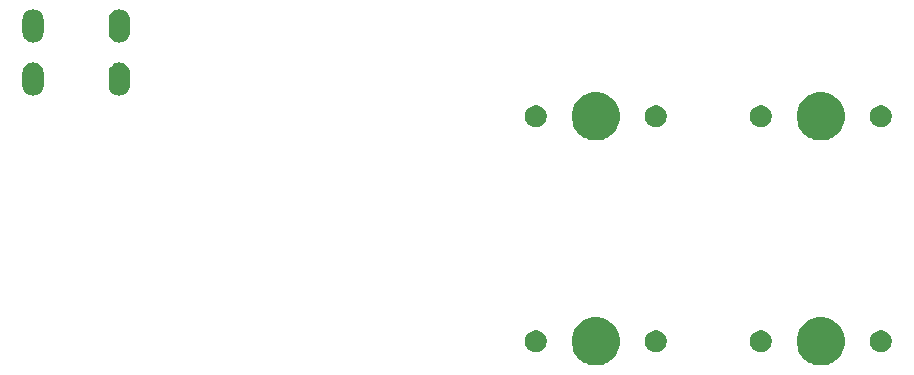
<source format=gts>
G04 #@! TF.GenerationSoftware,KiCad,Pcbnew,(5.1.4)-1*
G04 #@! TF.CreationDate,2020-11-08T14:39:36-05:00*
G04 #@! TF.ProjectId,ai03-pcb-guide,61693033-2d70-4636-922d-67756964652e,rev?*
G04 #@! TF.SameCoordinates,Original*
G04 #@! TF.FileFunction,Soldermask,Top*
G04 #@! TF.FilePolarity,Negative*
%FSLAX46Y46*%
G04 Gerber Fmt 4.6, Leading zero omitted, Abs format (unit mm)*
G04 Created by KiCad (PCBNEW (5.1.4)-1) date 2020-11-08 14:39:36*
%MOMM*%
%LPD*%
G04 APERTURE LIST*
%ADD10C,0.100000*%
G04 APERTURE END LIST*
D10*
G36*
X135470474Y-141035684D02*
G01*
X135688474Y-141125983D01*
X135842623Y-141189833D01*
X136177548Y-141413623D01*
X136462377Y-141698452D01*
X136686167Y-142033377D01*
X136718562Y-142111586D01*
X136840316Y-142405526D01*
X136918900Y-142800594D01*
X136918900Y-143203406D01*
X136840316Y-143598474D01*
X136789451Y-143721272D01*
X136686167Y-143970623D01*
X136462377Y-144305548D01*
X136177548Y-144590377D01*
X135842623Y-144814167D01*
X135688474Y-144878017D01*
X135470474Y-144968316D01*
X135075406Y-145046900D01*
X134672594Y-145046900D01*
X134277526Y-144968316D01*
X134059526Y-144878017D01*
X133905377Y-144814167D01*
X133570452Y-144590377D01*
X133285623Y-144305548D01*
X133061833Y-143970623D01*
X132958549Y-143721272D01*
X132907684Y-143598474D01*
X132829100Y-143203406D01*
X132829100Y-142800594D01*
X132907684Y-142405526D01*
X133029438Y-142111586D01*
X133061833Y-142033377D01*
X133285623Y-141698452D01*
X133570452Y-141413623D01*
X133905377Y-141189833D01*
X134059526Y-141125983D01*
X134277526Y-141035684D01*
X134672594Y-140957100D01*
X135075406Y-140957100D01*
X135470474Y-141035684D01*
X135470474Y-141035684D01*
G37*
G36*
X154520474Y-141035684D02*
G01*
X154738474Y-141125983D01*
X154892623Y-141189833D01*
X155227548Y-141413623D01*
X155512377Y-141698452D01*
X155736167Y-142033377D01*
X155768562Y-142111586D01*
X155890316Y-142405526D01*
X155968900Y-142800594D01*
X155968900Y-143203406D01*
X155890316Y-143598474D01*
X155839451Y-143721272D01*
X155736167Y-143970623D01*
X155512377Y-144305548D01*
X155227548Y-144590377D01*
X154892623Y-144814167D01*
X154738474Y-144878017D01*
X154520474Y-144968316D01*
X154125406Y-145046900D01*
X153722594Y-145046900D01*
X153327526Y-144968316D01*
X153109526Y-144878017D01*
X152955377Y-144814167D01*
X152620452Y-144590377D01*
X152335623Y-144305548D01*
X152111833Y-143970623D01*
X152008549Y-143721272D01*
X151957684Y-143598474D01*
X151879100Y-143203406D01*
X151879100Y-142800594D01*
X151957684Y-142405526D01*
X152079438Y-142111586D01*
X152111833Y-142033377D01*
X152335623Y-141698452D01*
X152620452Y-141413623D01*
X152955377Y-141189833D01*
X153109526Y-141125983D01*
X153327526Y-141035684D01*
X153722594Y-140957100D01*
X154125406Y-140957100D01*
X154520474Y-141035684D01*
X154520474Y-141035684D01*
G37*
G36*
X159274104Y-142111585D02*
G01*
X159442626Y-142181389D01*
X159594291Y-142282728D01*
X159723272Y-142411709D01*
X159824611Y-142563374D01*
X159894415Y-142731896D01*
X159930000Y-142910797D01*
X159930000Y-143093203D01*
X159894415Y-143272104D01*
X159824611Y-143440626D01*
X159723272Y-143592291D01*
X159594291Y-143721272D01*
X159442626Y-143822611D01*
X159274104Y-143892415D01*
X159095203Y-143928000D01*
X158912797Y-143928000D01*
X158733896Y-143892415D01*
X158565374Y-143822611D01*
X158413709Y-143721272D01*
X158284728Y-143592291D01*
X158183389Y-143440626D01*
X158113585Y-143272104D01*
X158078000Y-143093203D01*
X158078000Y-142910797D01*
X158113585Y-142731896D01*
X158183389Y-142563374D01*
X158284728Y-142411709D01*
X158413709Y-142282728D01*
X158565374Y-142181389D01*
X158733896Y-142111585D01*
X158912797Y-142076000D01*
X159095203Y-142076000D01*
X159274104Y-142111585D01*
X159274104Y-142111585D01*
G37*
G36*
X149114104Y-142111585D02*
G01*
X149282626Y-142181389D01*
X149434291Y-142282728D01*
X149563272Y-142411709D01*
X149664611Y-142563374D01*
X149734415Y-142731896D01*
X149770000Y-142910797D01*
X149770000Y-143093203D01*
X149734415Y-143272104D01*
X149664611Y-143440626D01*
X149563272Y-143592291D01*
X149434291Y-143721272D01*
X149282626Y-143822611D01*
X149114104Y-143892415D01*
X148935203Y-143928000D01*
X148752797Y-143928000D01*
X148573896Y-143892415D01*
X148405374Y-143822611D01*
X148253709Y-143721272D01*
X148124728Y-143592291D01*
X148023389Y-143440626D01*
X147953585Y-143272104D01*
X147918000Y-143093203D01*
X147918000Y-142910797D01*
X147953585Y-142731896D01*
X148023389Y-142563374D01*
X148124728Y-142411709D01*
X148253709Y-142282728D01*
X148405374Y-142181389D01*
X148573896Y-142111585D01*
X148752797Y-142076000D01*
X148935203Y-142076000D01*
X149114104Y-142111585D01*
X149114104Y-142111585D01*
G37*
G36*
X140224104Y-142111585D02*
G01*
X140392626Y-142181389D01*
X140544291Y-142282728D01*
X140673272Y-142411709D01*
X140774611Y-142563374D01*
X140844415Y-142731896D01*
X140880000Y-142910797D01*
X140880000Y-143093203D01*
X140844415Y-143272104D01*
X140774611Y-143440626D01*
X140673272Y-143592291D01*
X140544291Y-143721272D01*
X140392626Y-143822611D01*
X140224104Y-143892415D01*
X140045203Y-143928000D01*
X139862797Y-143928000D01*
X139683896Y-143892415D01*
X139515374Y-143822611D01*
X139363709Y-143721272D01*
X139234728Y-143592291D01*
X139133389Y-143440626D01*
X139063585Y-143272104D01*
X139028000Y-143093203D01*
X139028000Y-142910797D01*
X139063585Y-142731896D01*
X139133389Y-142563374D01*
X139234728Y-142411709D01*
X139363709Y-142282728D01*
X139515374Y-142181389D01*
X139683896Y-142111585D01*
X139862797Y-142076000D01*
X140045203Y-142076000D01*
X140224104Y-142111585D01*
X140224104Y-142111585D01*
G37*
G36*
X130064104Y-142111585D02*
G01*
X130232626Y-142181389D01*
X130384291Y-142282728D01*
X130513272Y-142411709D01*
X130614611Y-142563374D01*
X130684415Y-142731896D01*
X130720000Y-142910797D01*
X130720000Y-143093203D01*
X130684415Y-143272104D01*
X130614611Y-143440626D01*
X130513272Y-143592291D01*
X130384291Y-143721272D01*
X130232626Y-143822611D01*
X130064104Y-143892415D01*
X129885203Y-143928000D01*
X129702797Y-143928000D01*
X129523896Y-143892415D01*
X129355374Y-143822611D01*
X129203709Y-143721272D01*
X129074728Y-143592291D01*
X128973389Y-143440626D01*
X128903585Y-143272104D01*
X128868000Y-143093203D01*
X128868000Y-142910797D01*
X128903585Y-142731896D01*
X128973389Y-142563374D01*
X129074728Y-142411709D01*
X129203709Y-142282728D01*
X129355374Y-142181389D01*
X129523896Y-142111585D01*
X129702797Y-142076000D01*
X129885203Y-142076000D01*
X130064104Y-142111585D01*
X130064104Y-142111585D01*
G37*
G36*
X135470474Y-121985684D02*
G01*
X135633059Y-122053029D01*
X135842623Y-122139833D01*
X136177548Y-122363623D01*
X136462377Y-122648452D01*
X136686167Y-122983377D01*
X136718562Y-123061586D01*
X136840316Y-123355526D01*
X136918900Y-123750594D01*
X136918900Y-124153406D01*
X136840316Y-124548474D01*
X136789451Y-124671272D01*
X136686167Y-124920623D01*
X136462377Y-125255548D01*
X136177548Y-125540377D01*
X135842623Y-125764167D01*
X135688474Y-125828017D01*
X135470474Y-125918316D01*
X135075406Y-125996900D01*
X134672594Y-125996900D01*
X134277526Y-125918316D01*
X134059526Y-125828017D01*
X133905377Y-125764167D01*
X133570452Y-125540377D01*
X133285623Y-125255548D01*
X133061833Y-124920623D01*
X132958549Y-124671272D01*
X132907684Y-124548474D01*
X132829100Y-124153406D01*
X132829100Y-123750594D01*
X132907684Y-123355526D01*
X133029438Y-123061586D01*
X133061833Y-122983377D01*
X133285623Y-122648452D01*
X133570452Y-122363623D01*
X133905377Y-122139833D01*
X134114941Y-122053029D01*
X134277526Y-121985684D01*
X134672594Y-121907100D01*
X135075406Y-121907100D01*
X135470474Y-121985684D01*
X135470474Y-121985684D01*
G37*
G36*
X154520474Y-121985684D02*
G01*
X154683059Y-122053029D01*
X154892623Y-122139833D01*
X155227548Y-122363623D01*
X155512377Y-122648452D01*
X155736167Y-122983377D01*
X155768562Y-123061586D01*
X155890316Y-123355526D01*
X155968900Y-123750594D01*
X155968900Y-124153406D01*
X155890316Y-124548474D01*
X155839451Y-124671272D01*
X155736167Y-124920623D01*
X155512377Y-125255548D01*
X155227548Y-125540377D01*
X154892623Y-125764167D01*
X154738474Y-125828017D01*
X154520474Y-125918316D01*
X154125406Y-125996900D01*
X153722594Y-125996900D01*
X153327526Y-125918316D01*
X153109526Y-125828017D01*
X152955377Y-125764167D01*
X152620452Y-125540377D01*
X152335623Y-125255548D01*
X152111833Y-124920623D01*
X152008549Y-124671272D01*
X151957684Y-124548474D01*
X151879100Y-124153406D01*
X151879100Y-123750594D01*
X151957684Y-123355526D01*
X152079438Y-123061586D01*
X152111833Y-122983377D01*
X152335623Y-122648452D01*
X152620452Y-122363623D01*
X152955377Y-122139833D01*
X153164941Y-122053029D01*
X153327526Y-121985684D01*
X153722594Y-121907100D01*
X154125406Y-121907100D01*
X154520474Y-121985684D01*
X154520474Y-121985684D01*
G37*
G36*
X140224104Y-123061585D02*
G01*
X140392626Y-123131389D01*
X140544291Y-123232728D01*
X140673272Y-123361709D01*
X140774611Y-123513374D01*
X140844415Y-123681896D01*
X140880000Y-123860797D01*
X140880000Y-124043203D01*
X140844415Y-124222104D01*
X140774611Y-124390626D01*
X140673272Y-124542291D01*
X140544291Y-124671272D01*
X140392626Y-124772611D01*
X140224104Y-124842415D01*
X140045203Y-124878000D01*
X139862797Y-124878000D01*
X139683896Y-124842415D01*
X139515374Y-124772611D01*
X139363709Y-124671272D01*
X139234728Y-124542291D01*
X139133389Y-124390626D01*
X139063585Y-124222104D01*
X139028000Y-124043203D01*
X139028000Y-123860797D01*
X139063585Y-123681896D01*
X139133389Y-123513374D01*
X139234728Y-123361709D01*
X139363709Y-123232728D01*
X139515374Y-123131389D01*
X139683896Y-123061585D01*
X139862797Y-123026000D01*
X140045203Y-123026000D01*
X140224104Y-123061585D01*
X140224104Y-123061585D01*
G37*
G36*
X130064104Y-123061585D02*
G01*
X130232626Y-123131389D01*
X130384291Y-123232728D01*
X130513272Y-123361709D01*
X130614611Y-123513374D01*
X130684415Y-123681896D01*
X130720000Y-123860797D01*
X130720000Y-124043203D01*
X130684415Y-124222104D01*
X130614611Y-124390626D01*
X130513272Y-124542291D01*
X130384291Y-124671272D01*
X130232626Y-124772611D01*
X130064104Y-124842415D01*
X129885203Y-124878000D01*
X129702797Y-124878000D01*
X129523896Y-124842415D01*
X129355374Y-124772611D01*
X129203709Y-124671272D01*
X129074728Y-124542291D01*
X128973389Y-124390626D01*
X128903585Y-124222104D01*
X128868000Y-124043203D01*
X128868000Y-123860797D01*
X128903585Y-123681896D01*
X128973389Y-123513374D01*
X129074728Y-123361709D01*
X129203709Y-123232728D01*
X129355374Y-123131389D01*
X129523896Y-123061585D01*
X129702797Y-123026000D01*
X129885203Y-123026000D01*
X130064104Y-123061585D01*
X130064104Y-123061585D01*
G37*
G36*
X149114104Y-123061585D02*
G01*
X149282626Y-123131389D01*
X149434291Y-123232728D01*
X149563272Y-123361709D01*
X149664611Y-123513374D01*
X149734415Y-123681896D01*
X149770000Y-123860797D01*
X149770000Y-124043203D01*
X149734415Y-124222104D01*
X149664611Y-124390626D01*
X149563272Y-124542291D01*
X149434291Y-124671272D01*
X149282626Y-124772611D01*
X149114104Y-124842415D01*
X148935203Y-124878000D01*
X148752797Y-124878000D01*
X148573896Y-124842415D01*
X148405374Y-124772611D01*
X148253709Y-124671272D01*
X148124728Y-124542291D01*
X148023389Y-124390626D01*
X147953585Y-124222104D01*
X147918000Y-124043203D01*
X147918000Y-123860797D01*
X147953585Y-123681896D01*
X148023389Y-123513374D01*
X148124728Y-123361709D01*
X148253709Y-123232728D01*
X148405374Y-123131389D01*
X148573896Y-123061585D01*
X148752797Y-123026000D01*
X148935203Y-123026000D01*
X149114104Y-123061585D01*
X149114104Y-123061585D01*
G37*
G36*
X159274104Y-123061585D02*
G01*
X159442626Y-123131389D01*
X159594291Y-123232728D01*
X159723272Y-123361709D01*
X159824611Y-123513374D01*
X159894415Y-123681896D01*
X159930000Y-123860797D01*
X159930000Y-124043203D01*
X159894415Y-124222104D01*
X159824611Y-124390626D01*
X159723272Y-124542291D01*
X159594291Y-124671272D01*
X159442626Y-124772611D01*
X159274104Y-124842415D01*
X159095203Y-124878000D01*
X158912797Y-124878000D01*
X158733896Y-124842415D01*
X158565374Y-124772611D01*
X158413709Y-124671272D01*
X158284728Y-124542291D01*
X158183389Y-124390626D01*
X158113585Y-124222104D01*
X158078000Y-124043203D01*
X158078000Y-123860797D01*
X158113585Y-123681896D01*
X158183389Y-123513374D01*
X158284728Y-123361709D01*
X158413709Y-123232728D01*
X158565374Y-123131389D01*
X158733896Y-123061585D01*
X158912797Y-123026000D01*
X159095203Y-123026000D01*
X159274104Y-123061585D01*
X159274104Y-123061585D01*
G37*
G36*
X87395127Y-119412287D02*
G01*
X87564966Y-119463807D01*
X87721491Y-119547472D01*
X87757229Y-119576802D01*
X87858686Y-119660064D01*
X87941948Y-119761521D01*
X87971278Y-119797259D01*
X88054943Y-119953784D01*
X88106463Y-120123623D01*
X88119500Y-120255992D01*
X88119500Y-121344508D01*
X88106463Y-121476877D01*
X88054943Y-121646716D01*
X87971278Y-121803241D01*
X87941948Y-121838979D01*
X87858686Y-121940436D01*
X87721489Y-122053029D01*
X87564967Y-122136692D01*
X87564965Y-122136693D01*
X87395126Y-122188213D01*
X87218500Y-122205609D01*
X87041873Y-122188213D01*
X86872034Y-122136693D01*
X86715509Y-122053028D01*
X86679771Y-122023698D01*
X86578314Y-121940436D01*
X86465721Y-121803239D01*
X86382058Y-121646717D01*
X86382057Y-121646715D01*
X86330537Y-121476876D01*
X86317500Y-121344507D01*
X86317501Y-120255992D01*
X86330538Y-120123623D01*
X86382058Y-119953784D01*
X86465723Y-119797259D01*
X86495053Y-119761521D01*
X86578315Y-119660064D01*
X86679772Y-119576802D01*
X86715510Y-119547472D01*
X86872035Y-119463807D01*
X87041874Y-119412287D01*
X87218500Y-119394891D01*
X87395127Y-119412287D01*
X87395127Y-119412287D01*
G37*
G36*
X94695127Y-119412287D02*
G01*
X94864966Y-119463807D01*
X95021491Y-119547472D01*
X95057229Y-119576802D01*
X95158686Y-119660064D01*
X95241948Y-119761521D01*
X95271278Y-119797259D01*
X95354943Y-119953784D01*
X95406463Y-120123623D01*
X95419500Y-120255992D01*
X95419500Y-121344508D01*
X95406463Y-121476877D01*
X95354943Y-121646716D01*
X95271278Y-121803241D01*
X95241948Y-121838979D01*
X95158686Y-121940436D01*
X95021489Y-122053029D01*
X94864967Y-122136692D01*
X94864965Y-122136693D01*
X94695126Y-122188213D01*
X94518500Y-122205609D01*
X94341873Y-122188213D01*
X94172034Y-122136693D01*
X94015509Y-122053028D01*
X93979771Y-122023698D01*
X93878314Y-121940436D01*
X93765721Y-121803239D01*
X93682058Y-121646717D01*
X93682057Y-121646715D01*
X93630537Y-121476876D01*
X93617500Y-121344507D01*
X93617501Y-120255992D01*
X93630538Y-120123623D01*
X93682058Y-119953784D01*
X93765723Y-119797259D01*
X93795053Y-119761521D01*
X93878315Y-119660064D01*
X93979772Y-119576802D01*
X94015510Y-119547472D01*
X94172035Y-119463807D01*
X94341874Y-119412287D01*
X94518500Y-119394891D01*
X94695127Y-119412287D01*
X94695127Y-119412287D01*
G37*
G36*
X87395127Y-114912287D02*
G01*
X87564966Y-114963807D01*
X87721491Y-115047472D01*
X87757229Y-115076802D01*
X87858686Y-115160064D01*
X87941948Y-115261521D01*
X87971278Y-115297259D01*
X88054943Y-115453784D01*
X88106463Y-115623623D01*
X88119500Y-115755992D01*
X88119500Y-116844508D01*
X88106463Y-116976877D01*
X88054943Y-117146716D01*
X87971278Y-117303241D01*
X87941948Y-117338979D01*
X87858686Y-117440436D01*
X87721489Y-117553029D01*
X87564967Y-117636692D01*
X87564965Y-117636693D01*
X87395126Y-117688213D01*
X87218500Y-117705609D01*
X87041873Y-117688213D01*
X86872034Y-117636693D01*
X86715509Y-117553028D01*
X86679771Y-117523698D01*
X86578314Y-117440436D01*
X86465721Y-117303239D01*
X86382058Y-117146717D01*
X86382057Y-117146715D01*
X86330537Y-116976876D01*
X86317500Y-116844507D01*
X86317501Y-115755992D01*
X86330538Y-115623623D01*
X86382058Y-115453784D01*
X86465723Y-115297259D01*
X86495053Y-115261521D01*
X86578315Y-115160064D01*
X86679772Y-115076802D01*
X86715510Y-115047472D01*
X86872035Y-114963807D01*
X87041874Y-114912287D01*
X87218500Y-114894891D01*
X87395127Y-114912287D01*
X87395127Y-114912287D01*
G37*
G36*
X94695127Y-114912287D02*
G01*
X94864966Y-114963807D01*
X95021491Y-115047472D01*
X95057229Y-115076802D01*
X95158686Y-115160064D01*
X95241948Y-115261521D01*
X95271278Y-115297259D01*
X95354943Y-115453784D01*
X95406463Y-115623623D01*
X95419500Y-115755992D01*
X95419500Y-116844508D01*
X95406463Y-116976877D01*
X95354943Y-117146716D01*
X95271278Y-117303241D01*
X95241948Y-117338979D01*
X95158686Y-117440436D01*
X95021489Y-117553029D01*
X94864967Y-117636692D01*
X94864965Y-117636693D01*
X94695126Y-117688213D01*
X94518500Y-117705609D01*
X94341873Y-117688213D01*
X94172034Y-117636693D01*
X94015509Y-117553028D01*
X93979771Y-117523698D01*
X93878314Y-117440436D01*
X93765721Y-117303239D01*
X93682058Y-117146717D01*
X93682057Y-117146715D01*
X93630537Y-116976876D01*
X93617500Y-116844507D01*
X93617501Y-115755992D01*
X93630538Y-115623623D01*
X93682058Y-115453784D01*
X93765723Y-115297259D01*
X93795053Y-115261521D01*
X93878315Y-115160064D01*
X93979772Y-115076802D01*
X94015510Y-115047472D01*
X94172035Y-114963807D01*
X94341874Y-114912287D01*
X94518500Y-114894891D01*
X94695127Y-114912287D01*
X94695127Y-114912287D01*
G37*
M02*

</source>
